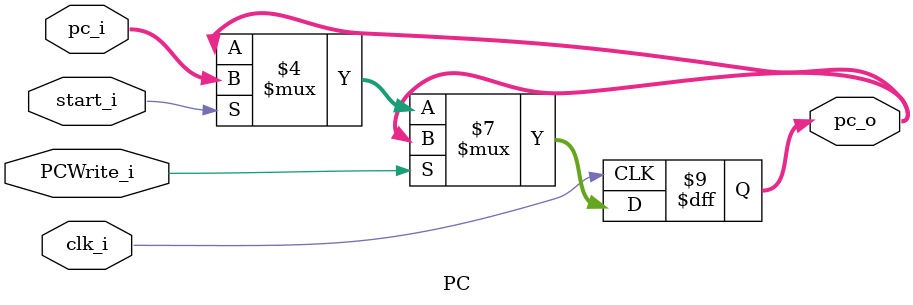
<source format=v>
module PC
(
    clk_i,
    start_i,
    pc_i,
    PCWrite_i,
    pc_o
);

// Ports
input               clk_i;
input               start_i;
input   PCWrite_i;
input   [31:0]      pc_i;
output  [31:0]      pc_o;

// Wires & Registers
reg     [31:0]      pc_o;


initial
 begin
    pc_o=0;
  end
always@(posedge clk_i) begin
    if (PCWrite_i)
        pc_o <= pc_o;
    else if (start_i == 1)
        pc_o <= pc_i;
end

endmodule

</source>
